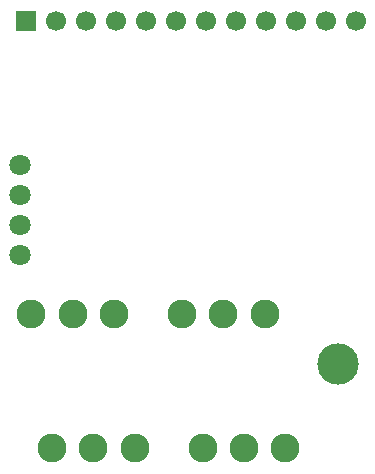
<source format=gbr>
G04 DipTrace 4.0.0.2*
G04 BottomMask.gbr*
%MOIN*%
G04 #@! TF.FileFunction,Soldermask,Bot*
G04 #@! TF.Part,Single*
%ADD30C,0.137795*%
%ADD37C,0.096463*%
%ADD43C,0.070872*%
%ADD47C,0.066935*%
%ADD49R,0.066935X0.066935*%
%FSLAX26Y26*%
G04*
G70*
G90*
G75*
G01*
G04 BotMask*
%LPD*%
D49*
X473916Y1968803D3*
D47*
X573916D3*
X673916D3*
X773916D3*
X873916D3*
X973916D3*
X1073916D3*
X1173916D3*
X1273907D3*
X1373907D3*
X1473907D3*
X1573907D3*
D30*
X1516047Y827071D3*
D43*
X453055Y1488882D3*
Y1388882D3*
Y1288882D3*
Y1188882D3*
D37*
X1269984Y994394D3*
X1132189D3*
X994394D3*
X1338882Y545575D3*
X1201087D3*
X1063291D3*
X768016Y994394D3*
X630220D3*
X492425D3*
X836913Y545575D3*
X699118D3*
X561323D3*
M02*

</source>
